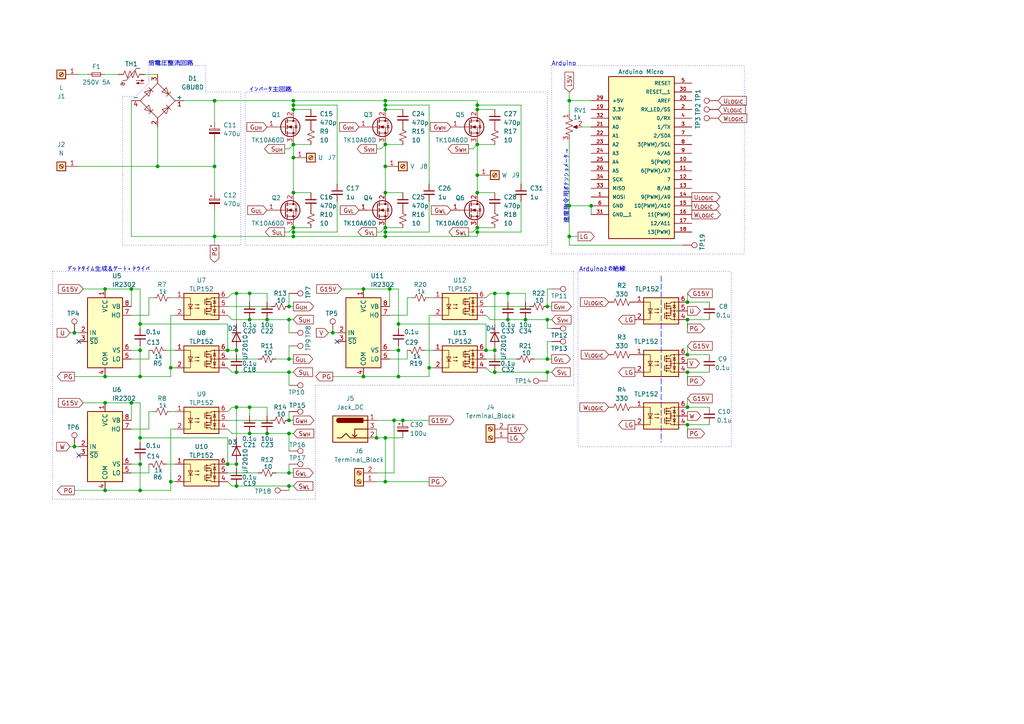
<source format=kicad_sch>
(kicad_sch (version 20250114) (generator "eeschema") (generator_version "9.0")
  (paper "A4")
  (rectangle (start 167.64 78.74) (end 212.09 129.54) (stroke (width 0) (type dot)))
  (rectangle (start 71.12 26.67) (end 158.75 71.12) (stroke (width 0) (type dot)))
  (rectangle (start 160.02 19.05) (end 215.9 73.66) (stroke (width 0) (type dot)))
  (text "速度指令用ポテンショメータ→\n" (at 164.338 54.102 90) (effects (font (size 1.27 1.27))))
  (text "Arduino" (at 163.576 18.542 0) (effects (font (size 1.27 1.27))))
  (text "倍電圧整流回路" (at 49.53 18.542 0) (effects (font (size 1.27 1.27))))
  (text "インバータ主回路" (at 78.486 26.162 0) (effects (font (size 1.27 1.27))))
  (text "デッドタイム生成&ゲート・ドライバ" (at 31.496 78.232 0) (effects (font (size 1.27 1.27))))
  (text "Arduinoとの絶縁" (at 174.752 78.232 0) (effects (font (size 1.27 1.27))))
  (junction (at 111.76 30.48))
  (junction (at 72.39 125.73))
  (junction (at 83.82 92.71))
  (junction (at 68.58 107.95))
  (junction (at 105.41 83.82))
  (junction (at 199.39 123.19))
  (junction (at 72.39 118.11))
  (junction (at 115.57 101.6))
  (junction (at 138.43 66.04))
  (junction (at 113.03 83.82))
  (junction (at 62.23 29.21))
  (junction (at 152.4 92.71))
  (junction (at 83.82 104.14))
  (junction (at 111.76 67.31))
  (junction (at 83.82 140.97))
  (junction (at 111.76 31.75))
  (junction (at 49.53 139.7))
  (junction (at 111.76 66.04))
  (junction (at 38.1 116.84))
  (junction (at 85.09 67.31))
  (junction (at 138.43 55.88))
  (junction (at 40.64 142.24))
  (junction (at 96.52 96.52))
  (junction (at 138.43 41.91))
  (junction (at 68.58 140.97))
  (junction (at 116.84 121.92))
  (junction (at 49.53 106.68))
  (junction (at 111.76 29.21))
  (junction (at 158.75 107.95))
  (junction (at 40.64 127))
  (junction (at 105.41 109.22))
  (junction (at 30.48 109.22))
  (junction (at 114.3 121.92))
  (junction (at 171.45 59.69))
  (junction (at 138.43 30.48))
  (junction (at 199.39 118.11))
  (junction (at 77.47 92.71))
  (junction (at 77.47 125.73))
  (junction (at 21.59 96.52))
  (junction (at 85.09 31.75))
  (junction (at 138.43 67.31))
  (junction (at 83.82 137.16))
  (junction (at 147.32 85.09))
  (junction (at 140.97 101.6))
  (junction (at 40.64 134.62))
  (junction (at 68.58 118.11))
  (junction (at 66.04 134.62))
  (junction (at 199.39 92.71))
  (junction (at 158.75 92.71))
  (junction (at 143.51 107.95))
  (junction (at 68.58 85.09))
  (junction (at 111.76 68.58))
  (junction (at 138.43 50.8))
  (junction (at 30.48 142.24))
  (junction (at 111.76 139.7))
  (junction (at 30.48 116.84))
  (junction (at 143.51 85.09))
  (junction (at 165.1 59.69))
  (junction (at 111.76 127))
  (junction (at 111.76 55.88))
  (junction (at 199.39 107.95))
  (junction (at 83.82 88.9))
  (junction (at 115.57 109.22))
  (junction (at 111.76 48.26))
  (junction (at 165.1 29.21))
  (junction (at 40.64 101.6))
  (junction (at 85.09 41.91))
  (junction (at 40.64 93.98))
  (junction (at 45.72 48.26))
  (junction (at 30.48 83.82))
  (junction (at 72.39 85.09))
  (junction (at 109.22 127))
  (junction (at 62.23 48.26))
  (junction (at 124.46 106.68))
  (junction (at 40.64 109.22))
  (junction (at 85.09 66.04))
  (junction (at 85.09 68.58))
  (junction (at 68.58 101.6))
  (junction (at 21.59 129.54))
  (junction (at 38.1 83.82))
  (junction (at 143.51 101.6))
  (junction (at 85.09 45.72))
  (junction (at 68.58 134.62))
  (junction (at 85.09 29.21))
  (junction (at 83.82 107.95))
  (junction (at 111.76 41.91))
  (junction (at 138.43 31.75))
  (junction (at 147.32 92.71))
  (junction (at 158.75 104.14))
  (junction (at 115.57 93.98))
  (junction (at 66.04 101.6))
  (junction (at 83.82 121.92))
  (junction (at 199.39 87.63))
  (junction (at 158.75 88.9))
  (junction (at 72.39 92.71))
  (junction (at 83.82 125.73))
  (junction (at 62.23 68.58))
  (junction (at 165.1 68.58))
  (junction (at 85.09 30.48))
  (junction (at 85.09 55.88))
  (junction (at 199.39 102.87))
  (no_connect (at 22.86 99.06))
  (no_connect (at 22.86 132.08))
  (no_connect (at 97.79 99.06))
  (wire (pts (xy 199.39 92.71) (xy 205.74 92.71)))
  (wire (pts (xy 85.09 31.75) (xy 90.17 31.75)))
  (wire (pts (xy 62.23 35.56) (xy 62.23 29.21)))
  (wire (pts (xy 142.24 85.09) (xy 143.51 85.09)))
  (wire (pts (xy 38.1 124.46) (xy 43.18 124.46)))
  (wire (pts (xy 85.09 104.14) (xy 83.82 104.14)))
  (polyline (pts (xy 15.24 78.74) (xy 166.37 78.74)) (stroke (width 0) (type dot)))
  (wire (pts (xy 171.45 59.69) (xy 171.45 62.23)))
  (wire (pts (xy 43.18 134.62) (xy 43.18 137.16)))
  (wire (pts (xy 72.39 85.09) (xy 77.47 85.09)))
  (wire (pts (xy 124.46 91.44) (xy 124.46 106.68)))
  (wire (pts (xy 97.79 67.31) (xy 85.09 67.31)))
  (wire (pts (xy 21.59 109.22) (xy 30.48 109.22)))
  (wire (pts (xy 165.1 68.58) (xy 165.1 71.12)))
  (wire (pts (xy 165.1 68.58) (xy 167.64 68.58)))
  (wire (pts (xy 85.09 41.91) (xy 85.09 45.72)))
  (wire (pts (xy 40.64 93.98) (xy 40.64 95.25)))
  (wire (pts (xy 140.97 91.44) (xy 142.24 92.71)))
  (wire (pts (xy 138.43 50.8) (xy 138.43 55.88)))
  (wire (pts (xy 111.76 55.88) (xy 116.84 55.88)))
  (wire (pts (xy 83.82 100.33) (xy 83.82 104.14)))
  (wire (pts (xy 68.58 85.09) (xy 72.39 85.09)))
  (wire (pts (xy 165.1 59.69) (xy 171.45 59.69)))
  (wire (pts (xy 50.8 119.38) (xy 49.53 119.38)))
  (wire (pts (xy 199.39 100.33) (xy 199.39 102.87)))
  (wire (pts (xy 85.09 121.92) (xy 83.82 121.92)))
  (wire (pts (xy 116.84 121.92) (xy 124.46 121.92)))
  (wire (pts (xy 111.76 66.04) (xy 111.76 67.31)))
  (wire (pts (xy 38.1 134.62) (xy 40.64 134.62)))
  (wire (pts (xy 38.1 116.84) (xy 38.1 121.92)))
  (wire (pts (xy 49.53 91.44) (xy 49.53 106.68)))
  (wire (pts (xy 97.79 53.34) (xy 97.79 30.48)))
  (wire (pts (xy 115.57 93.98) (xy 115.57 95.25)))
  (polyline (pts (xy 35.56 27.94) (xy 39.37 27.94)) (stroke (width 0) (type dot)))
  (wire (pts (xy 83.82 107.95) (xy 83.82 111.76)))
  (wire (pts (xy 66.04 104.14) (xy 74.93 104.14)))
  (wire (pts (xy 49.53 124.46) (xy 49.53 139.7)))
  (wire (pts (xy 138.43 41.91) (xy 137.16 43.18)))
  (wire (pts (xy 147.32 85.09) (xy 152.4 85.09)))
  (wire (pts (xy 50.8 86.36) (xy 49.53 86.36)))
  (wire (pts (xy 151.13 58.42) (xy 151.13 67.31)))
  (wire (pts (xy 43.18 86.36) (xy 43.18 91.44)))
  (wire (pts (xy 77.47 118.11) (xy 77.47 120.65)))
  (wire (pts (xy 151.13 67.31) (xy 138.43 67.31)))
  (wire (pts (xy 111.76 41.91) (xy 111.76 48.26)))
  (wire (pts (xy 119.38 86.36) (xy 118.11 86.36)))
  (wire (pts (xy 165.1 59.69) (xy 165.1 68.58)))
  (wire (pts (xy 111.76 139.7) (xy 124.46 139.7)))
  (wire (pts (xy 115.57 101.6) (xy 115.57 109.22)))
  (wire (pts (xy 158.75 83.82) (xy 160.02 83.82)))
  (wire (pts (xy 77.47 85.09) (xy 77.47 87.63)))
  (wire (pts (xy 68.58 140.97) (xy 83.82 140.97)))
  (wire (pts (xy 151.13 30.48) (xy 138.43 30.48)))
  (wire (pts (xy 38.1 83.82) (xy 38.1 88.9)))
  (wire (pts (xy 41.91 21.59) (xy 45.72 21.59)))
  (wire (pts (xy 72.39 92.71) (xy 77.47 92.71)))
  (wire (pts (xy 66.04 124.46) (xy 67.31 125.73)))
  (wire (pts (xy 85.09 45.72) (xy 85.09 55.88)))
  (wire (pts (xy 109.22 121.92) (xy 114.3 121.92)))
  (wire (pts (xy 151.13 53.34) (xy 151.13 30.48)))
  (polyline (pts (xy 91.44 111.76) (xy 91.44 144.78)) (stroke (width 0) (type dot)))
  (wire (pts (xy 109.22 43.18) (xy 110.49 43.18)))
  (wire (pts (xy 165.1 26.67) (xy 165.1 29.21)))
  (polyline (pts (xy 59.69 26.67) (xy 69.85 26.67)) (stroke (width 0) (type dot)))
  (wire (pts (xy 111.76 31.75) (xy 116.84 31.75)))
  (wire (pts (xy 40.64 83.82) (xy 38.1 83.82)))
  (wire (pts (xy 124.46 58.42) (xy 124.46 67.31)))
  (wire (pts (xy 158.75 92.71) (xy 158.75 95.25)))
  (wire (pts (xy 140.97 104.14) (xy 149.86 104.14)))
  (wire (pts (xy 66.04 127) (xy 66.04 134.62)))
  (wire (pts (xy 142.24 107.95) (xy 143.51 107.95)))
  (wire (pts (xy 40.64 127) (xy 40.64 128.27)))
  (wire (pts (xy 85.09 30.48) (xy 85.09 31.75)))
  (wire (pts (xy 142.24 92.71) (xy 147.32 92.71)))
  (wire (pts (xy 99.06 83.82) (xy 105.41 83.82)))
  (wire (pts (xy 44.45 86.36) (xy 43.18 86.36)))
  (wire (pts (xy 158.75 107.95) (xy 160.02 107.95)))
  (wire (pts (xy 83.82 125.73) (xy 85.09 125.73)))
  (wire (pts (xy 66.04 106.68) (xy 67.31 107.95)))
  (wire (pts (xy 138.43 68.58) (xy 138.43 67.31)))
  (wire (pts (xy 43.18 119.38) (xy 43.18 124.46)))
  (wire (pts (xy 50.8 91.44) (xy 49.53 91.44)))
  (wire (pts (xy 72.39 125.73) (xy 77.47 125.73)))
  (wire (pts (xy 40.64 93.98) (xy 66.04 93.98)))
  (wire (pts (xy 62.23 68.58) (xy 85.09 68.58)))
  (wire (pts (xy 78.74 88.9) (xy 66.04 88.9)))
  (wire (pts (xy 111.76 41.91) (xy 116.84 41.91)))
  (wire (pts (xy 38.1 83.82) (xy 30.48 83.82)))
  (wire (pts (xy 165.1 29.21) (xy 171.45 29.21)))
  (wire (pts (xy 38.1 29.21) (xy 38.1 68.58)))
  (wire (pts (xy 138.43 41.91) (xy 143.51 41.91)))
  (wire (pts (xy 113.03 101.6) (xy 115.57 101.6)))
  (wire (pts (xy 96.52 109.22) (xy 105.41 109.22)))
  (polyline (pts (xy 43.18 24.13) (xy 39.37 27.94)) (stroke (width 0) (type dot)))
  (wire (pts (xy 85.09 29.21) (xy 111.76 29.21)))
  (wire (pts (xy 199.39 85.09) (xy 199.39 87.63)))
  (wire (pts (xy 62.23 60.96) (xy 62.23 68.58)))
  (wire (pts (xy 30.48 142.24) (xy 40.64 142.24)))
  (wire (pts (xy 125.73 86.36) (xy 124.46 86.36)))
  (wire (pts (xy 199.39 107.95) (xy 205.74 107.95)))
  (wire (pts (xy 85.09 55.88) (xy 90.17 55.88)))
  (wire (pts (xy 124.46 67.31) (xy 111.76 67.31)))
  (polyline (pts (xy 15.24 144.78) (xy 91.44 144.78)) (stroke (width 0) (type dot)))
  (wire (pts (xy 66.04 91.44) (xy 67.31 92.71)))
  (wire (pts (xy 111.76 127) (xy 111.76 139.7)))
  (wire (pts (xy 111.76 127) (xy 116.84 127)))
  (wire (pts (xy 30.48 21.59) (xy 34.29 21.59)))
  (wire (pts (xy 138.43 66.04) (xy 143.51 66.04)))
  (wire (pts (xy 48.26 134.62) (xy 50.8 134.62)))
  (wire (pts (xy 199.39 115.57) (xy 199.39 118.11)))
  (wire (pts (xy 153.67 88.9) (xy 140.97 88.9)))
  (wire (pts (xy 68.58 107.95) (xy 83.82 107.95)))
  (polyline (pts (xy 15.24 78.74) (xy 15.24 144.78)) (stroke (width 0) (type dot)))
  (wire (pts (xy 66.04 86.36) (xy 67.31 85.09)))
  (wire (pts (xy 140.97 101.6) (xy 143.51 101.6)))
  (wire (pts (xy 85.09 66.04) (xy 85.09 67.31)))
  (wire (pts (xy 77.47 92.71) (xy 83.82 92.71)))
  (wire (pts (xy 199.39 118.11) (xy 205.74 118.11)))
  (wire (pts (xy 199.39 102.87) (xy 205.74 102.87)))
  (wire (pts (xy 38.1 104.14) (xy 43.18 104.14)))
  (polyline (pts (xy 69.85 26.67) (xy 69.85 71.12)) (stroke (width 0) (type dot)))
  (wire (pts (xy 48.26 101.6) (xy 50.8 101.6)))
  (wire (pts (xy 38.1 116.84) (xy 30.48 116.84)))
  (wire (pts (xy 158.75 99.06) (xy 160.02 99.06)))
  (wire (pts (xy 109.22 67.31) (xy 110.49 67.31)))
  (polyline (pts (xy 43.18 19.05) (xy 59.69 19.05)) (stroke (width 0) (type dot)))
  (wire (pts (xy 113.03 83.82) (xy 105.41 83.82)))
  (wire (pts (xy 158.75 107.95) (xy 158.75 110.49)))
  (wire (pts (xy 115.57 83.82) (xy 115.57 93.98)))
  (wire (pts (xy 62.23 40.64) (xy 62.23 48.26)))
  (wire (pts (xy 82.55 43.18) (xy 83.82 43.18)))
  (wire (pts (xy 20.32 96.52) (xy 21.59 96.52)))
  (wire (pts (xy 83.82 107.95) (xy 85.09 107.95)))
  (wire (pts (xy 95.25 96.52) (xy 96.52 96.52)))
  (wire (pts (xy 97.79 58.42) (xy 97.79 67.31)))
  (wire (pts (xy 83.82 140.97) (xy 85.09 140.97)))
  (wire (pts (xy 111.76 29.21) (xy 111.76 30.48)))
  (wire (pts (xy 67.31 118.11) (xy 68.58 118.11)))
  (wire (pts (xy 68.58 85.09) (xy 68.58 93.98)))
  (wire (pts (xy 158.75 99.06) (xy 158.75 104.14)))
  (wire (pts (xy 140.97 93.98) (xy 140.97 101.6)))
  (wire (pts (xy 43.18 101.6) (xy 43.18 104.14)))
  (wire (pts (xy 165.1 40.64) (xy 165.1 59.69)))
  (wire (pts (xy 124.46 30.48) (xy 111.76 30.48)))
  (wire (pts (xy 118.11 86.36) (xy 118.11 91.44)))
  (wire (pts (xy 72.39 118.11) (xy 72.39 120.65)))
  (wire (pts (xy 160.02 88.9) (xy 158.75 88.9)))
  (wire (pts (xy 77.47 125.73) (xy 83.82 125.73)))
  (wire (pts (xy 67.31 125.73) (xy 72.39 125.73)))
  (wire (pts (xy 111.76 41.91) (xy 110.49 43.18)))
  (wire (pts (xy 72.39 118.11) (xy 77.47 118.11)))
  (wire (pts (xy 40.64 127) (xy 66.04 127)))
  (wire (pts (xy 67.31 140.97) (xy 68.58 140.97)))
  (polyline (pts (xy 43.18 19.05) (xy 43.18 22.86)) (stroke (width 0) (type dot)))
  (wire (pts (xy 152.4 85.09) (xy 152.4 87.63)))
  (wire (pts (xy 113.03 91.44) (xy 118.11 91.44)))
  (wire (pts (xy 85.09 137.16) (xy 83.82 137.16)))
  (wire (pts (xy 68.58 118.11) (xy 68.58 127)))
  (wire (pts (xy 138.43 55.88) (xy 143.51 55.88)))
  (wire (pts (xy 85.09 41.91) (xy 83.82 43.18)))
  (wire (pts (xy 38.1 91.44) (xy 43.18 91.44)))
  (wire (pts (xy 85.09 68.58) (xy 111.76 68.58)))
  (wire (pts (xy 85.09 66.04) (xy 90.17 66.04)))
  (wire (pts (xy 53.34 29.21) (xy 62.23 29.21)))
  (wire (pts (xy 68.58 101.6) (xy 68.58 102.87)))
  (wire (pts (xy 152.4 92.71) (xy 158.75 92.71)))
  (wire (pts (xy 97.79 30.48) (xy 85.09 30.48)))
  (polyline (pts (xy 35.56 50.8) (xy 35.56 50.8)))
  (wire (pts (xy 68.58 118.11) (xy 72.39 118.11)))
  (wire (pts (xy 25.4 21.59) (xy 22.86 21.59)))
  (wire (pts (xy 138.43 29.21) (xy 138.43 30.48)))
  (wire (pts (xy 199.39 92.71) (xy 199.39 95.25)))
  (wire (pts (xy 138.43 41.91) (xy 138.43 50.8)))
  (wire (pts (xy 38.1 68.58) (xy 62.23 68.58)))
  (wire (pts (xy 83.82 137.16) (xy 80.01 137.16)))
  (wire (pts (xy 123.19 101.6) (xy 125.73 101.6)))
  (wire (pts (xy 40.64 116.84) (xy 38.1 116.84)))
  (polyline (pts (xy 59.69 19.05) (xy 59.69 26.67)) (stroke (width 0) (type dot)))
  (wire (pts (xy 111.76 66.04) (xy 116.84 66.04)))
  (wire (pts (xy 83.82 134.62) (xy 83.82 137.16)))
  (polyline (pts (xy 43.18 22.86) (xy 43.18 24.13)) (stroke (width 0) (type dot)))
  (wire (pts (xy 83.82 92.71) (xy 83.82 96.52)))
  (wire (pts (xy 40.64 101.6) (xy 40.64 109.22)))
  (wire (pts (xy 140.97 86.36) (xy 142.24 85.09)))
  (wire (pts (xy 21.59 142.24) (xy 30.48 142.24)))
  (wire (pts (xy 78.74 121.92) (xy 66.04 121.92)))
  (wire (pts (xy 115.57 93.98) (xy 140.97 93.98)))
  (wire (pts (xy 49.53 139.7) (xy 50.8 139.7)))
  (wire (pts (xy 62.23 68.58) (xy 62.23 71.12)))
  (wire (pts (xy 45.72 36.83) (xy 45.72 48.26)))
  (wire (pts (xy 67.31 107.95) (xy 68.58 107.95)))
  (wire (pts (xy 109.22 139.7) (xy 111.76 139.7)))
  (wire (pts (xy 96.52 96.52) (xy 97.79 96.52)))
  (wire (pts (xy 66.04 93.98) (xy 66.04 101.6)))
  (wire (pts (xy 72.39 85.09) (xy 72.39 87.63)))
  (wire (pts (xy 165.1 71.12) (xy 198.12 71.12)))
  (wire (pts (xy 199.39 123.19) (xy 199.39 125.73)))
  (wire (pts (xy 111.76 29.21) (xy 138.43 29.21)))
  (wire (pts (xy 114.3 121.92) (xy 114.3 137.16)))
  (wire (pts (xy 38.1 137.16) (xy 43.18 137.16)))
  (wire (pts (xy 160.02 104.14) (xy 158.75 104.14)))
  (wire (pts (xy 85.09 66.04) (xy 83.82 67.31)))
  (wire (pts (xy 138.43 31.75) (xy 143.51 31.75)))
  (wire (pts (xy 83.82 85.09) (xy 83.82 88.9)))
  (wire (pts (xy 147.32 92.71) (xy 152.4 92.71)))
  (wire (pts (xy 168.91 36.83) (xy 171.45 36.83)))
  (wire (pts (xy 40.64 83.82) (xy 40.64 93.98)))
  (wire (pts (xy 109.22 127) (xy 111.76 127)))
  (wire (pts (xy 199.39 123.19) (xy 205.74 123.19)))
  (wire (pts (xy 105.41 109.22) (xy 115.57 109.22)))
  (wire (pts (xy 66.04 139.7) (xy 67.31 140.97)))
  (wire (pts (xy 111.76 68.58) (xy 111.76 67.31)))
  (wire (pts (xy 115.57 100.33) (xy 115.57 101.6)))
  (wire (pts (xy 143.51 85.09) (xy 143.51 93.98)))
  (wire (pts (xy 85.09 29.21) (xy 85.09 30.48)))
  (wire (pts (xy 50.8 124.46) (xy 49.53 124.46)))
  (wire (pts (xy 135.89 43.18) (xy 137.16 43.18)))
  (wire (pts (xy 83.82 104.14) (xy 80.01 104.14)))
  (wire (pts (xy 24.13 116.84) (xy 30.48 116.84)))
  (wire (pts (xy 62.23 29.21) (xy 85.09 29.21)))
  (wire (pts (xy 67.31 92.71) (xy 72.39 92.71)))
  (wire (pts (xy 38.1 101.6) (xy 40.64 101.6)))
  (wire (pts (xy 113.03 104.14) (xy 118.11 104.14)))
  (polyline (pts (xy 35.56 50.8) (xy 35.56 71.12)) (stroke (width 0) (type dot)))
  (wire (pts (xy 83.82 119.38) (xy 83.82 121.92)))
  (wire (pts (xy 124.46 109.22) (xy 124.46 106.68)))
  (wire (pts (xy 125.73 91.44) (xy 124.46 91.44)))
  (wire (pts (xy 40.64 109.22) (xy 49.53 109.22)))
  (polyline (pts (xy 43.18 22.86) (xy 43.18 24.13)) (stroke (width 0) (type dot)))
  (wire (pts (xy 111.76 48.26) (xy 111.76 55.88)))
  (wire (pts (xy 30.48 109.22) (xy 40.64 109.22)))
  (wire (pts (xy 113.03 83.82) (xy 113.03 88.9)))
  (wire (pts (xy 158.75 83.82) (xy 158.75 88.9)))
  (wire (pts (xy 158.75 92.71) (xy 160.02 92.71)))
  (polyline (pts (xy 91.44 111.76) (xy 166.37 111.76)) (stroke (width 0) (type dot)))
  (wire (pts (xy 40.64 116.84) (xy 40.64 127)))
  (wire (pts (xy 140.97 106.68) (xy 142.24 107.95)))
  (wire (pts (xy 109.22 137.16) (xy 114.3 137.16)))
  (wire (pts (xy 66.04 101.6) (xy 68.58 101.6)))
  (wire (pts (xy 199.39 107.95) (xy 199.39 110.49)))
  (wire (pts (xy 158.75 95.25) (xy 160.02 95.25)))
  (wire (pts (xy 20.32 129.54) (xy 21.59 129.54)))
  (wire (pts (xy 49.53 142.24) (xy 49.53 139.7)))
  (wire (pts (xy 111.76 68.58) (xy 138.43 68.58)))
  (wire (pts (xy 66.04 119.38) (xy 67.31 118.11)))
  (wire (pts (xy 143.51 101.6) (xy 143.51 102.87)))
  (wire (pts (xy 135.89 67.31) (xy 137.16 67.31)))
  (wire (pts (xy 68.58 134.62) (xy 68.58 135.89)))
  (wire (pts (xy 118.11 101.6) (xy 118.11 104.14)))
  (wire (pts (xy 85.09 68.58) (xy 85.09 67.31)))
  (wire (pts (xy 85.09 88.9) (xy 83.82 88.9)))
  (wire (pts (xy 62.23 48.26) (xy 62.23 55.88)))
  (wire (pts (xy 165.1 29.21) (xy 165.1 33.02)))
  (wire (pts (xy 158.75 104.14) (xy 154.94 104.14)))
  (wire (pts (xy 45.72 48.26) (xy 62.23 48.26)))
  (wire (pts (xy 138.43 30.48) (xy 138.43 31.75)))
  (wire (pts (xy 82.55 67.31) (xy 83.82 67.31)))
  (wire (pts (xy 115.57 83.82) (xy 113.03 83.82)))
  (wire (pts (xy 40.64 133.35) (xy 40.64 134.62)))
  (wire (pts (xy 21.59 129.54) (xy 22.86 129.54)))
  (wire (pts (xy 44.45 119.38) (xy 43.18 119.38)))
  (wire (pts (xy 24.13 83.82) (xy 30.48 83.82)))
  (wire (pts (xy 143.51 107.95) (xy 158.75 107.95)))
  (wire (pts (xy 199.39 87.63) (xy 205.74 87.63)))
  (wire (pts (xy 67.31 85.09) (xy 68.58 85.09)))
  (polyline (pts (xy 166.37 78.74) (xy 166.37 111.76)) (stroke (width 0) (type dot)))
  (wire (pts (xy 49.53 109.22) (xy 49.53 106.68)))
  (wire (pts (xy 83.82 140.97) (xy 83.82 142.24)))
  (wire (pts (xy 114.3 121.92) (xy 116.84 121.92)))
  (wire (pts (xy 147.32 85.09) (xy 147.32 87.63)))
  (wire (pts (xy 83.82 92.71) (xy 85.09 92.71)))
  (wire (pts (xy 138.43 66.04) (xy 138.43 67.31)))
  (wire (pts (xy 22.86 48.26) (xy 45.72 48.26)))
  (wire (pts (xy 115.57 109.22) (xy 124.46 109.22)))
  (wire (pts (xy 83.82 125.73) (xy 83.82 130.81)))
  (wire (pts (xy 40.64 100.33) (xy 40.64 101.6)))
  (wire (pts (xy 111.76 66.04) (xy 110.49 67.31)))
  (wire (pts (xy 111.76 30.48) (xy 111.76 31.75)))
  (wire (pts (xy 21.59 96.52) (xy 22.86 96.52)))
  (wire (pts (xy 66.04 137.16) (xy 74.93 137.16)))
  (wire (pts (xy 109.22 124.46) (xy 109.22 127)))
  (wire (pts (xy 40.64 134.62) (xy 40.64 142.24)))
  (wire (pts (xy 138.43 66.04) (xy 137.16 67.31)))
  (wire (pts (xy 124.46 53.34) (xy 124.46 30.48)))
  (wire (pts (xy 143.51 85.09) (xy 147.32 85.09)))
  (wire (pts (xy 49.53 106.68) (xy 50.8 106.68)))
  (wire (pts (xy 124.46 106.68) (xy 125.73 106.68)))
  (polyline (pts (xy 35.56 71.12) (xy 69.85 71.12)) (stroke (width 0) (type dot)))
  (polyline (pts (xy 35.56 27.94) (xy 35.56 50.8)) (stroke (width 0) (type dot)))
  (wire (pts (xy 66.04 134.62) (xy 68.58 134.62)))
  (polyline (pts (xy 191.77 80.01) (xy 191.77 128.27)) (stroke (width 0) (type dash)))
  (wire (pts (xy 40.64 142.24) (xy 49.53 142.24)))
  (wire (pts (xy 85.09 41.91) (xy 90.17 41.91)))
  (global_label "G_{VH}" (shape input) (at 104.14 36.83 180) (property "Intersheetrefs" "${INTERSHEET_REFS}" (effects (hide yes))))
  (global_label "V_{LOGIC}" (shape output) (at 200.66 59.69 0) (property "Intersheetrefs" "${INTERSHEET_REFS}" (effects (hide yes))))
  (global_label "S_{WL}" (shape input) (at 85.09 140.97 0) (property "Intersheetrefs" "${INTERSHEET_REFS}" (effects (hide yes))))
  (global_label "W" (shape input) (at 20.32 129.54 180) (property "Intersheetrefs" "${INTERSHEET_REFS}" (effects (hide yes))))
  (global_label "S_{VH}" (shape input) (at 160.02 92.71 0) (property "Intersheetrefs" "${INTERSHEET_REFS}" (effects (hide yes))))
  (global_label "W_{LOGIC}" (shape input) (at 176.53 118.11 180) (property "Intersheetrefs" "${INTERSHEET_REFS}" (effects (hide yes))))
  (global_label "S_{UL}" (shape output) (at 82.55 67.31 180) (property "Intersheetrefs" "${INTERSHEET_REFS}" (effects (hide yes))))
  (global_label "PG" (shape output) (at 199.39 125.73 0) (property "Intersheetrefs" "${INTERSHEET_REFS}" (effects (hide yes))))
  (global_label "S_{WL}" (shape output) (at 135.89 67.31 180) (property "Intersheetrefs" "${INTERSHEET_REFS}" (effects (hide yes))))
  (global_label "G15V" (shape output) (at 124.46 121.92 0) (property "Intersheetrefs" "${INTERSHEET_REFS}" (effects (hide yes))))
  (global_label "G_{UL}" (shape output) (at 85.09 104.14 0) (property "Intersheetrefs" "${INTERSHEET_REFS}" (effects (hide yes))))
  (global_label "U_{LOGIC}" (shape input) (at 208.28 29.21 0) (property "Intersheetrefs" "${INTERSHEET_REFS}" (effects (hide yes))))
  (global_label "PG" (shape output) (at 199.39 110.49 0) (property "Intersheetrefs" "${INTERSHEET_REFS}" (effects (hide yes))))
  (global_label "U" (shape input) (at 20.32 96.52 180) (property "Intersheetrefs" "${INTERSHEET_REFS}" (effects (hide yes))))
  (global_label "L5V" (shape output) (at 147.32 124.46 0) (property "Intersheetrefs" "${INTERSHEET_REFS}" (effects (hide yes))))
  (global_label "V_{LOGIC}" (shape input) (at 208.28 31.75 0) (property "Intersheetrefs" "${INTERSHEET_REFS}" (effects (hide yes))))
  (global_label "PG" (shape output) (at 21.59 109.22 180) (property "Intersheetrefs" "${INTERSHEET_REFS}" (effects (hide yes))))
  (global_label "U_{LOGIC}" (shape output) (at 200.66 57.15 0) (property "Intersheetrefs" "${INTERSHEET_REFS}" (effects (hide yes))))
  (global_label "G_{WH}" (shape output) (at 85.09 121.92 0) (property "Intersheetrefs" "${INTERSHEET_REFS}" (effects (hide yes))))
  (global_label "V_{LOGIC}" (shape input) (at 176.53 102.87 180) (property "Intersheetrefs" "${INTERSHEET_REFS}" (effects (hide yes))))
  (global_label "PG" (shape output) (at 124.46 139.7 0) (property "Intersheetrefs" "${INTERSHEET_REFS}" (effects (hide yes))))
  (global_label "S_{WH}" (shape output) (at 135.89 43.18 180) (property "Intersheetrefs" "${INTERSHEET_REFS}" (effects (hide yes))))
  (global_label "LG" (shape output) (at 184.15 92.71 180) (property "Intersheetrefs" "${INTERSHEET_REFS}" (effects (hide yes))))
  (global_label "G_{WL}" (shape output) (at 85.09 137.16 0) (property "Intersheetrefs" "${INTERSHEET_REFS}" (effects (hide yes))))
  (global_label "U_{LOGIC}" (shape input) (at 176.53 87.63 180) (property "Intersheetrefs" "${INTERSHEET_REFS}" (effects (hide yes))))
  (global_label "S_{VL}" (shape output) (at 109.22 67.31 180) (property "Intersheetrefs" "${INTERSHEET_REFS}" (effects (hide yes))))
  (global_label "LG" (shape output) (at 147.32 127 0) (property "Intersheetrefs" "${INTERSHEET_REFS}" (effects (hide yes))))
  (global_label "W_{LOGIC}" (shape output) (at 200.66 62.23 0) (property "Intersheetrefs" "${INTERSHEET_REFS}" (effects (hide yes))))
  (global_label "LG" (shape output) (at 184.15 107.95 180) (property "Intersheetrefs" "${INTERSHEET_REFS}" (effects (hide yes))))
  (global_label "G15V" (shape input) (at 199.39 115.57 0) (property "Intersheetrefs" "${INTERSHEET_REFS}" (effects (hide yes))))
  (global_label "G_{VH}" (shape output) (at 160.02 88.9 0) (property "Intersheetrefs" "${INTERSHEET_REFS}" (effects (hide yes))))
  (global_label "G_{VL}" (shape input) (at 104.14 60.96 180) (property "Intersheetrefs" "${INTERSHEET_REFS}" (effects (hide yes))))
  (global_label "G_{VL}" (shape output) (at 160.02 104.14 0) (property "Intersheetrefs" "${INTERSHEET_REFS}" (effects (hide yes))))
  (global_label "S_{UL}" (shape input) (at 85.09 107.95 0) (property "Intersheetrefs" "${INTERSHEET_REFS}" (effects (hide yes))))
  (global_label "G_{UH}" (shape input) (at 77.47 36.83 180) (property "Intersheetrefs" "${INTERSHEET_REFS}" (effects (hide yes))))
  (global_label "W" (shape output) (at 199.39 120.65 0) (property "Intersheetrefs" "${INTERSHEET_REFS}" (effects (hide yes))))
  (global_label "S_{UH}" (shape input) (at 85.09 92.71 0) (property "Intersheetrefs" "${INTERSHEET_REFS}" (effects (hide yes))))
  (global_label "LG" (shape output) (at 184.15 123.19 180) (property "Intersheetrefs" "${INTERSHEET_REFS}" (effects (hide yes))))
  (global_label "S_{WH}" (shape input) (at 85.09 125.73 0) (property "Intersheetrefs" "${INTERSHEET_REFS}" (effects (hide yes))))
  (global_label "G_{UL}" (shape input) (at 77.47 60.96 180) (property "Intersheetrefs" "${INTERSHEET_REFS}" (effects (hide yes))))
  (global_label "W_{LOGIC}" (shape input) (at 208.28 34.29 0) (property "Intersheetrefs" "${INTERSHEET_REFS}" (effects (hide yes))))
  (global_label "G_{UH}" (shape output) (at 85.09 88.9 0) (property "Intersheetrefs" "${INTERSHEET_REFS}" (effects (hide yes))))
  (global_label "S_{VL}" (shape input) (at 160.02 107.95 0) (property "Intersheetrefs" "${INTERSHEET_REFS}" (effects (hide yes))))
  (global_label "V" (shape output) (at 199.39 105.41 0) (property "Intersheetrefs" "${INTERSHEET_REFS}" (effects (hide yes))))
  (global_label "G15V" (shape input) (at 199.39 100.33 0) (property "Intersheetrefs" "${INTERSHEET_REFS}" (effects (hide yes))))
  (global_label "L5V" (shape input) (at 165.1 26.67 90) (property "Intersheetrefs" "${INTERSHEET_REFS}" (effects (hide yes))))
  (global_label "V" (shape input) (at 95.25 96.52 180) (property "Intersheetrefs" "${INTERSHEET_REFS}" (effects (hide yes))))
  (global_label "U" (shape output) (at 199.39 90.17 0) (property "Intersheetrefs" "${INTERSHEET_REFS}" (effects (hide yes))))
  (global_label "PG" (shape output) (at 21.59 142.24 180) (property "Intersheetrefs" "${INTERSHEET_REFS}" (effects (hide yes))))
  (global_label "G15V" (shape input) (at 199.39 85.09 0) (property "Intersheetrefs" "${INTERSHEET_REFS}" (effects (hide yes))))
  (global_label "G15V" (shape input) (at 24.13 83.82 180) (property "Intersheetrefs" "${INTERSHEET_REFS}" (effects (hide yes))))
  (global_label "G15V" (shape input) (at 99.06 83.82 180) (property "Intersheetrefs" "${INTERSHEET_REFS}" (effects (hide yes))))
  (global_label "S_{UH}" (shape output) (at 82.55 43.18 180) (property "Intersheetrefs" "${INTERSHEET_REFS}" (effects (hide yes))))
  (global_label "PG" (shape output) (at 96.52 109.22 180) (property "Intersheetrefs" "${INTERSHEET_REFS}" (effects (hide yes))))
  (global_label "PG" (shape output) (at 199.39 95.25 0) (property "Intersheetrefs" "${INTERSHEET_REFS}" (effects (hide yes))))
  (global_label "G15V" (shape input) (at 24.13 116.84 180) (property "Intersheetrefs" "${INTERSHEET_REFS}" (effects (hide yes))))
  (global_label "G_{WH}" (shape input) (at 130.81 36.83 180) (property "Intersheetrefs" "${INTERSHEET_REFS}" (effects (hide yes))))
  (global_label "G_{WL}" (shape input) (at 130.81 60.96 180) (property "Intersheetrefs" "${INTERSHEET_REFS}" (effects (hide yes))))
  (global_label "PG" (shape output) (at 62.23 71.12 270) (property "Intersheetrefs" "${INTERSHEET_REFS}" (effects (hide yes))))
  (global_label "S_{VH}" (shape output) (at 109.22 43.18 180) (property "Intersheetrefs" "${INTERSHEET_REFS}" (effects (hide yes))))
  (global_label "LG" (shape output) (at 167.64 68.58 0) (property "Intersheetrefs" "${INTERSHEET_REFS}" (effects (hide yes))))
  (symbol (lib_id "Device:C_Small") (at 151.13 55.88 0) (unit 1)
    (property "Reference" "C31" (at 153.67 54.6162 0) (effects (justify left)))
    (property "Value" "1u" (at 153.67 57.1562 0) (effects (justify left)))
    (property "Footprint" "Capacitor_THT:C_Rect_L24.0mm_W12.8mm_P22.50mm_MKT" (effects (hide yes)))
    (property "Description" "Unpolarized capacitor, small symbol" (effects (hide yes)))
  )
  (symbol (lib_id "Transistor_FET:Q_NMOS_GDS") (at 135.89 60.96 0) (unit 1)
    (property "Reference" "Q6" (at 132.08 57.404 0) (effects (justify left)))
    (property "Value" "TK10A60D" (at 126.238 64.77 0) (effects (justify left)))
    (property "Footprint" "Package_TO_SOT_THT:TO-220-3_Vertical" (effects (hide yes)))
    (property "Description" "N-MOSFET transistor, gate/drain/source" (effects (hide yes)))
  )
  (symbol (lib_id "Connector:TestPoint") (at 160.02 99.06 270) (mirror x) (unit 1)
    (property "Reference" "TP13" (at 159.766 101.092 90) (effects (justify left)))
    (property "Value" "TestPoint" (effects (hide yes)))
    (property "Footprint" "TestPoint:TestPoint_Loop_D2.50mm_Drill1.0mm" (effects (hide yes)))
    (property "Description" "test point" (effects (hide yes)))
  )
  (symbol (lib_id "Connector:TestPoint") (at 198.12 71.12 270) (mirror x) (unit 1)
    (property "Reference" "TP19" (at 203.708 72.644 0) (effects (justify left)))
    (property "Value" "TestPoint" (effects (hide yes)))
    (property "Footprint" "TestPoint:TestPoint_Loop_D2.50mm_Drill1.0mm" (effects (hide yes)))
    (property "Description" "test point" (effects (hide yes)))
  )
  (symbol (lib_id "Device:R_US") (at 180.34 118.11 90) (unit 1)
    (property "Reference" "R4" (at 180.34 113.03 90))
    (property "Value" "330" (at 180.34 115.57 90))
    (property "Footprint" "Resistor_THT:R_Axial_DIN0207_L6.3mm_D2.5mm_P7.62mm_Horizontal" (effects (hide yes)))
    (property "Description" "Resistor, US symbol" (effects (hide yes)))
  )
  (symbol (lib_id "Device:C_Polarized_Small") (at 116.84 124.46 0) (unit 1)
    (property "Reference" "C30" (at 118.872 123.19 0) (effects (justify left)))
    (property "Value" "100u" (at 118.872 125.73 0) (effects (justify left)))
    (property "Footprint" "Capacitor_THT:CP_Radial_D6.3mm_P2.50mm" (effects (hide yes)))
    (property "Description" "Polarized capacitor, small symbol" (effects (hide yes)))
  )
  (symbol (lib_id "Device:R_Small_US") (at 121.92 86.36 90) (unit 1)
    (property "Reference" "R20" (at 121.92 82.55 90))
    (property "Value" "1k" (at 122.174 84.582 90))
    (property "Footprint" "Resistor_THT:R_Axial_DIN0207_L6.3mm_D2.5mm_P7.62mm_Horizontal" (effects (hide yes)))
    (property "Description" "Resistor, small US symbol" (effects (hide yes)))
  )
  (symbol (lib_id "Transistor_FET:Q_NMOS_GDS") (at 135.89 36.83 0) (unit 1)
    (property "Reference" "Q5" (at 132.08 33.274 0) (effects (justify left)))
    (property "Value" "TK10A60D" (at 126.238 40.64 0) (effects (justify left)))
    (property "Footprint" "Package_TO_SOT_THT:TO-220-3_Vertical" (effects (hide yes)))
    (property "Description" "N-MOSFET transistor, gate/drain/source" (effects (hide yes)))
  )
  (symbol (lib_id "Relay_SolidState:TLP3543") (at 58.42 121.92 0) (unit 1)
    (property "Reference" "U9" (at 58.42 114.3 0))
    (property "Value" "TLP152" (at 58.42 116.84 0))
    (property "Footprint" "project:TLP152" (effects (hide yes)))
    (property "Datasheet" "https://toshiba.semicon-storage.com/info/docget.jsp?did=12660&prodName=TLP3543" (effects (hide yes)))
    (property "Description" "Photo MOSFET optically coupled, ON 4A, 50mohm, OFF state 20V, Isolation 2500 VRMS, DIP-6" (effects (hide yes)))
  )
  (symbol (lib_id "Device:C_Small") (at 68.58 105.41 180) (unit 1)
    (property "Reference" "C18" (at 72.39 107.188 0))
    (property "Value" "0.1u" (at 72.39 105.41 0))
    (property "Footprint" "Capacitor_SMD:C_0603_1608Metric" (effects (hide yes)))
    (property "Description" "Unpolarized capacitor, small symbol" (effects (hide yes)))
  )
  (symbol (lib_id "Device:C_Small") (at 72.39 123.19 0) (mirror x) (unit 1)
    (property "Reference" "C21" (at 72.39 129.032 0))
    (property "Value" "0.1u" (at 72.39 127.254 0))
    (property "Footprint" "Capacitor_SMD:C_0603_1608Metric" (effects (hide yes)))
    (property "Description" "Unpolarized capacitor, small symbol" (effects (hide yes)))
  )
  (symbol (lib_id "Device:R_Small_US") (at 46.99 119.38 90) (unit 1)
    (property "Reference" "R8" (at 46.99 115.57 90))
    (property "Value" "1k" (at 47.244 117.602 90))
    (property "Footprint" "Resistor_THT:R_Axial_DIN0207_L6.3mm_D2.5mm_P7.62mm_Horizontal" (effects (hide yes)))
    (property "Description" "Resistor, small US symbol" (effects (hide yes)))
  )
  (symbol (lib_id "Device:C_Small") (at 143.51 58.42 0) (unit 1)
    (property "Reference" "C28" (at 146.05 57.1562 0) (effects (justify left)))
    (property "Value" "470p" (at 146.05 59.6962 0) (effects (justify left)))
    (property "Footprint" "Capacitor_THT:C_Disc_D7.0mm_W2.5mm_P5.00mm" (effects (hide yes)))
    (property "Description" "Unpolarized capacitor, small symbol" (effects (hide yes)))
  )
  (symbol (lib_id "Device:C_Small") (at 143.51 105.41 180) (unit 1)
    (property "Reference" "C32" (at 147.32 107.188 0))
    (property "Value" "0.1u" (at 147.32 105.41 0))
    (property "Footprint" "Capacitor_SMD:C_0603_1608Metric" (effects (hide yes)))
    (property "Description" "Unpolarized capacitor, small symbol" (effects (hide yes)))
  )
  (symbol (lib_id "Device:R_Small_US") (at 46.99 86.36 90) (unit 1)
    (property "Reference" "R7" (at 46.99 82.55 90))
    (property "Value" "1k" (at 47.244 84.582 90))
    (property "Footprint" "Resistor_THT:R_Axial_DIN0207_L6.3mm_D2.5mm_P7.62mm_Horizontal" (effects (hide yes)))
    (property "Description" "Resistor, small US symbol" (effects (hide yes)))
  )
  (symbol (lib_id "Device:R_Potentiometer_US") (at 165.1 36.83 0) (unit 1)
    (property "Reference" "RV1" (at 170.18 32.004 0) (effects (justify right)))
    (property "Value" "1k" (at 168.656 34.036 0) (effects (justify right)))
    (property "Footprint" "TerminalBlock:TerminalBlock_MaiXu_MX126-5.0-03P_1x03_P5.00mm" (effects (hide yes)))
    (property "Description" "Potentiometer, US symbol" (effects (hide yes)))
  )
  (symbol (lib_id "Driver_FET:IR2302") (at 30.48 96.52 0) (unit 1)
    (property "Reference" "U5" (at 32.512 80.01 0) (effects (justify left)))
    (property "Value" "IR2302" (at 32.512 82.55 0) (effects (justify left)))
    (property "Footprint" "Package_SO:SOIC-8_3.9x4.9mm_P1.27mm" (effects (hide yes)))
    (property "Datasheet" "https://www.infineon.com/dgdl/ir2302.pdf?fileId=5546d462533600a4015355c988b216de" (effects (hide yes)))
    (property "Description" "Half-Bridge Driver, 600V, 200/350mA, PDIP-8/SOIC-8" (effects (hide yes)))
  )
  (symbol (lib_id "Connector:TestPoint") (at 21.59 96.52 0) (mirror y) (unit 1)
    (property "Reference" "TP4" (at 23.114 90.932 0) (effects (justify left)))
    (property "Value" "TestPoint" (effects (hide yes)))
    (property "Footprint" "TestPoint:TestPoint_Loop_D2.50mm_Drill1.0mm" (effects (hide yes)))
    (property "Description" "test point" (effects (hide yes)))
  )
  (symbol (lib_id "Connector:Barrel_Jack_Switch") (at 101.6 124.46 0) (unit 1)
    (property "Reference" "J5" (at 101.6 115.57 0))
    (property "Value" "Jack_DC" (at 101.6 118.11 0))
    (property "Footprint" "Connector_BarrelJack:BarrelJack_GCT_DCJ200-10-A_Horizontal" (effects (hide yes)))
    (property "Description" "DC Barrel Jack with an internal switch" (effects (hide yes)))
  )
  (symbol (lib_id "Device:C_Small") (at 77.47 123.19 0) (mirror x) (unit 1)
    (property "Reference" "C23" (at 77.47 129.032 0))
    (property "Value" "10u" (at 77.47 127.254 0))
    (property "Footprint" "Capacitor_THT:C_Disc_D5.0mm_W2.5mm_P5.00mm" (effects (hide yes)))
    (property "Description" "Unpolarized capacitor, small symbol" (effects (hide yes)))
  )
  (symbol (lib_id "Driver_FET:IR2302") (at 30.48 129.54 0) (unit 1)
    (property "Reference" "U6" (at 32.512 113.03 0) (effects (justify left)))
    (property "Value" "IR2302" (at 32.512 115.57 0) (effects (justify left)))
    (property "Footprint" "Package_SO:SOIC-8_3.9x4.9mm_P1.27mm" (effects (hide yes)))
    (property "Datasheet" "https://www.infineon.com/dgdl/ir2302.pdf?fileId=5546d462533600a4015355c988b216de" (effects (hide yes)))
    (property "Description" "Half-Bridge Driver, 600V, 200/350mA, PDIP-8/SOIC-8" (effects (hide yes)))
  )
  (symbol (lib_id "Device:R_Small_US") (at 45.72 101.6 90) (mirror x) (unit 1)
    (property "Reference" "R5" (at 45.72 105.41 90))
    (property "Value" "1k" (at 45.974 103.378 90))
    (property "Footprint" "Resistor_THT:R_Axial_DIN0207_L6.3mm_D2.5mm_P7.62mm_Horizontal" (effects (hide yes)))
    (property "Description" "Resistor, small US symbol" (effects (hide yes)))
  )
  (symbol (lib_id "Device:D") (at 143.51 97.79 270) (unit 1)
    (property "Reference" "D4" (at 140.97 95.25 90) (effects (justify left)))
    (property "Value" "UF2010" (at 146.05 97.028 0) (effects (justify left)))
    (property "Footprint" "Diode_THT:D_DO-15_P10.16mm_Horizontal" (effects (hide yes)))
    (property "Description" "Diode" (effects (hide yes)))
    (property "Sim.Device" "D" (effects (hide yes)))
    (property "Sim.Pins" "1=K 2=A" (effects (hide yes)))
  )
  (symbol (lib_id "Device:C_Polarized_Small") (at 62.23 58.42 0) (unit 1)
    (property "Reference" "C12" (at 64.77 56.6038 0) (effects (justify left)))
    (property "Value" "470u" (at 64.77 59.1438 0) (effects (justify left)))
    (property "Footprint" "Capacitor_THT:CP_Radial_D35.0mm_P10.00mm_SnapIn" (effects (hide yes)))
    (property "Description" "Polarized capacitor, small symbol" (effects (hide yes)))
  )
  (symbol (lib_id "Relay_SolidState:TLP3543") (at 133.35 104.14 0) (unit 1)
    (property "Reference" "U13" (at 133.35 96.52 0))
    (property "Value" "TLP152" (at 133.35 99.06 0))
    (property "Footprint" "project:TLP152" (effects (hide yes)))
    (property "Datasheet" "https://toshiba.semicon-storage.com/info/docget.jsp?did=12660&prodName=TLP3543" (effects (hide yes)))
    (property "Description" "Photo MOSFET optically coupled, ON 4A, 50mohm, OFF state 20V, Isolation 2500 VRMS, DIP-6" (effects (hide yes)))
  )
  (symbol (lib_id "Transistor_FET:Q_NMOS_GDS") (at 109.22 36.83 0) (unit 1)
    (property "Reference" "Q3" (at 105.41 33.274 0) (effects (justify left)))
    (property "Value" "TK10A60D" (at 99.568 40.64 0) (effects (justify left)))
    (property "Footprint" "Package_TO_SOT_THT:TO-220-3_Vertical" (effects (hide yes)))
    (property "Description" "N-MOSFET transistor, gate/drain/source" (effects (hide yes)))
  )
  (symbol (lib_id "Device:R_Small_US") (at 90.17 39.37 0) (unit 1)
    (property "Reference" "R9" (at 92.71 38.0999 0) (effects (justify left)))
    (property "Value" "10" (at 92.71 40.6399 0) (effects (justify left)))
    (property "Footprint" "Diode_SMD:D_2512_6332Metric_Pad1.52x3.35mm_HandSolder" (effects (hide yes)))
    (property "Description" "Resistor, small US symbol" (effects (hide yes)))
  )
  (symbol (lib_id "Connector:TestPoint") (at 158.75 110.49 90) (mirror x) (unit 1)
    (property "Reference" "TP14" (at 154.178 110.49 90) (effects (justify left)))
    (property "Value" "TestPoint" (effects (hide yes)))
    (property "Footprint" "TestPoint:TestPoint_Loop_D2.50mm_Drill1.0mm" (effects (hide yes)))
    (property "Description" "test point" (effects (hide yes)))
  )
  (symbol (lib_id "Device:R_Small_US") (at 77.47 137.16 90) (unit 1)
    (property "Reference" "R12" (at 77.47 133.35 90))
    (property "Value" "10" (at 77.724 135.382 90))
    (property "Footprint" "Resistor_SMD:R_2512_6332Metric" (effects (hide yes)))
    (property "Description" "Resistor, small US symbol" (effects (hide yes)))
  )
  (symbol (lib_id "Connector:TestPoint") (at 83.82 134.62 270) (mirror x) (unit 1)
    (property "Reference" "TP17" (at 83.82 132.842 90) (effects (justify left)))
    (property "Value" "TestPoint" (effects (hide yes)))
    (property "Footprint" "TestPoint:TestPoint_Loop_D2.50mm_Drill1.0mm" (effects (hide yes)))
    (property "Description" "test point" (effects (hide yes)))
  )
  (symbol (lib_id "Device:C_Small") (at 124.46 55.88 0) (unit 1)
    (property "Reference" "C26" (at 127 54.6162 0) (effects (justify left)))
    (property "Value" "1u" (at 127 57.1562 0) (effects (justify left)))
    (property "Footprint" "Capacitor_THT:C_Rect_L24.0mm_W12.8mm_P22.50mm_MKT" (effects (hide yes)))
    (property "Description" "Unpolarized capacitor, small symbol" (effects (hide yes)))
  )
  (symbol (lib_id "Diode_Bridge:GBU8D") (at 45.72 29.21 0) (unit 1)
    (property "Reference" "D1" (at 55.88 22.7545 0))
    (property "Value" "GBU8D" (at 55.88 25.2945 0))
    (property "Footprint" "Diode_THT:Diode_Bridge_Vishay_GBU" (effects (hide yes)))
    (property "Datasheet" "http://www.vishay.com/docs/88656/gbu8a.pdf" (effects (hide yes)))
    (property "Description" "Single-Phase Bridge Rectifier, 140V Vrms, 8.0A If, GBU package" (effects (hide yes)))
  )
  (symbol (lib_id "Device:C_Small") (at 90.17 34.29 0) (unit 1)
    (property "Reference" "C15" (at 92.71 33.0262 0) (effects (justify left)))
    (property "Value" "470p" (at 92.71 35.5662 0) (effects (justify left)))
    (property "Footprint" "Capacitor_THT:C_Disc_D7.0mm_W2.5mm_P5.00mm" (effects (hide yes)))
    (property "Description" "Unpolarized capacitor, small symbol" (effects (hide yes)))
  )
  (symbol (lib_id "Device:R_US") (at 180.34 87.63 90) (unit 1)
    (property "Reference" "R2" (at 180.34 82.804 90))
    (property "Value" "330" (at 180.34 85.344 90))
    (property "Footprint" "Resistor_THT:R_Axial_DIN0207_L6.3mm_D2.5mm_P7.62mm_Horizontal" (effects (hide yes)))
    (property "Description" "Resistor, US symbol" (effects (hide yes)))
  )
  (symbol (lib_id "Device:D") (at 68.58 130.81 270) (unit 1)
    (property "Reference" "D3" (at 66.04 128.27 90) (effects (justify left)))
    (property "Value" "UF2010" (at 71.12 130.048 0) (effects (justify left)))
    (property "Footprint" "Diode_THT:D_DO-15_P10.16mm_Horizontal" (effects (hide yes)))
    (property "Description" "Diode" (effects (hide yes)))
    (property "Sim.Device" "D" (effects (hide yes)))
    (property "Sim.Pins" "1=K 2=A" (effects (hide yes)))
  )
  (symbol (lib_id "Connector:Screw_Terminal_01x01") (at 116.84 48.26 0) (mirror x) (unit 1)
    (property "Reference" "J8" (at 122.936 48.26 0))
    (property "Value" "V" (at 119.634 48.26 0))
    (property "Footprint" "project:AK-PCB-20(632F)" (effects (hide yes)))
    (property "Description" "Generic screw terminal, single row, 01x01, script generated (kicad-library-utils/schlib/autogen/connector/)" (effects (hide yes)))
  )
  (symbol (lib_id "Device:R_Small_US") (at 45.72 134.62 90) (mirror x) (unit 1)
    (property "Reference" "R6" (at 45.72 138.43 90))
    (property "Value" "1k" (at 45.974 136.398 90))
    (property "Footprint" "Resistor_THT:R_Axial_DIN0207_L6.3mm_D2.5mm_P7.62mm_Horizontal" (effects (hide yes)))
    (property "Description" "Resistor, small US symbol" (effects (hide yes)))
  )
  (symbol (lib_id "Device:C_Small") (at 90.17 58.42 0) (unit 1)
    (property "Reference" "C16" (at 92.71 57.1562 0) (effects (justify left)))
    (property "Value" "470p" (at 92.71 59.6962 0) (effects (justify left)))
    (property "Footprint" "Capacitor_THT:C_Disc_D7.0mm_W2.5mm_P5.00mm" (effects (hide yes)))
    (property "Description" "Unpolarized capacitor, small symbol" (effects (hide yes)))
  )
  (symbol (lib_id "Device:C_Small") (at 40.64 130.81 180) (unit 1)
    (property "Reference" "C14" (at 44.45 132.334 0))
    (property "Value" "0.1u" (at 44.45 129.286 0))
    (property "Footprint" "Capacitor_SMD:C_0603_1608Metric" (effects (hide yes)))
    (property "Description" "Unpolarized capacitor, small symbol" (effects (hide yes)))
  )
  (symbol (lib_id "project:A000053") (at 180.34 46.99 0) (mirror y) (unit 1)
    (property "Reference" "U1" (effects (hide yes)))
    (property "Value" "Arduino Micro" (at 185.928 20.828 0))
    (property "Footprint" "project:ARDUINO_A000053" (effects (hide yes)))
    (property "PARTREV" "N/A" (effects (hide yes)))
    (property "MANUFACTURER" "ARDUINO" (effects (hide yes)))
    (property "STANDARD" "Manufacturer Recommendations" (effects (hide yes)))
  )
  (symbol (lib_id "Connector:Screw_Terminal_01x01") (at 17.78 21.59 0) (mirror y) (unit 1)
    (property "Reference" "J1" (at 17.78 27.94 0))
    (property "Value" "L" (at 17.78 25.4 0))
    (property "Footprint" "project:AK-PCB-20(632F)" (effects (hide yes)))
    (property "Description" "Generic screw terminal, single row, 01x01, script generated (kicad-library-utils/schlib/autogen/connector/)" (effects (hide yes)))
  )
  (symbol (lib_id "Device:C_Small") (at 115.57 97.79 180) (unit 1)
    (property "Reference" "C29" (at 119.38 99.314 0))
    (property "Value" "0.1u" (at 119.38 96.266 0))
    (property "Footprint" "Capacitor_SMD:C_0603_1608Metric" (effects (hide yes)))
    (property "Description" "Unpolarized capacitor, small symbol" (effects (hide yes)))
  )
  (symbol (lib_id "Device:R_Small_US") (at 116.84 39.37 0) (unit 1)
    (property "Reference" "R15" (at 119.38 38.0999 0) (effects (justify left)))
    (property "Value" "10" (at 119.38 40.6399 0) (effects (justify left)))
    (property "Footprint" "Diode_SMD:D_2512_6332Metric_Pad1.52x3.35mm_HandSolder" (effects (hide yes)))
    (property "Description" "Resistor, small US symbol" (effects (hide yes)))
  )
  (symbol (lib_id "Relay_SolidState:TLP3543") (at 191.77 105.41 0) (unit 1)
    (property "Reference" "U3" (effects (hide yes)))
    (property "Value" "TLP152" (at 187.452 99.06 0))
    (property "Footprint" "project:TLP152" (effects (hide yes)))
    (property "Datasheet" "https://toshiba.semicon-storage.com/info/docget.jsp?did=12660&prodName=TLP3543" (effects (hide yes)))
    (property "Description" "Photo MOSFET optically coupled, ON 4A, 50mohm, OFF state 20V, Isolation 2500 VRMS, DIP-6" (effects (hide yes)))
  )
  (symbol (lib_id "Device:C_Small") (at 205.74 90.17 180) (unit 1)
    (property "Reference" "C8" (at 209.804 88.9 0))
    (property "Value" "0.1u" (at 209.804 91.44 0))
    (property "Footprint" "Capacitor_SMD:C_0603_1608Metric" (effects (hide yes)))
    (property "Description" "Unpolarized capacitor, small symbol" (effects (hide yes)))
  )
  (symbol (lib_id "Device:Thermistor_NTC_US") (at 38.1 21.59 90) (unit 1)
    (property "Reference" "TH1" (at 38.1 18.542 90))
    (property "Value" "Thermistor_NTC_US" (effects (hide yes)))
    (property "Footprint" "project:NTPAN1R0LDKB0" (effects (hide yes)))
    (property "Description" "Temperature dependent resistor, negative temperature coefficient, US symbol" (effects (hide yes)))
  )
  (symbol (lib_id "Connector:Screw_Terminal_01x01") (at 17.78 48.26 180) (unit 1)
    (property "Reference" "J2" (at 17.78 41.91 0))
    (property "Value" "N" (at 17.78 44.45 0))
    (property "Footprint" "project:AK-PCB-20(632F)" (effects (hide yes)))
    (property "Description" "Generic screw terminal, single row, 01x01, script generated (kicad-library-utils/schlib/autogen/connector/)" (effects (hide yes)))
  )
  (symbol (lib_id "Connector:Screw_Terminal_01x02") (at 104.14 139.7 180) (unit 1)
    (property "Reference" "J6" (at 104.14 130.81 0))
    (property "Value" "Terminal_Block" (at 104.14 133.35 0))
    (property "Footprint" "TerminalBlock:TerminalBlock_MaiXu_MX126-5.0-02P_1x02_P5.00mm" (effects (hide yes)))
    (property "Description" "Generic screw terminal, single row, 01x02, script generated (kicad-library-utils/schlib/autogen/connector/)" (effects (hide yes)))
  )
  (symbol (lib_id "Device:C_Small") (at 143.51 34.29 0) (unit 1)
    (property "Reference" "C27" (at 146.05 33.0262 0) (effects (justify left)))
    (property "Value" "470p" (at 146.05 35.5662 0) (effects (justify left)))
    (property "Footprint" "Capacitor_THT:C_Disc_D7.0mm_W2.5mm_P5.00mm" (effects (hide yes)))
    (property "Description" "Unpolarized capacitor, small symbol" (effects (hide yes)))
  )
  (symbol (lib_id "Transistor_FET:Q_NMOS_GDS") (at 109.22 60.96 0) (unit 1)
    (property "Reference" "Q4" (at 105.41 57.404 0) (effects (justify left)))
    (property "Value" "TK10A60D" (at 99.568 64.77 0) (effects (justify left)))
    (property "Footprint" "Package_TO_SOT_THT:TO-220-3_Vertical" (effects (hide yes)))
    (property "Description" "N-MOSFET transistor, gate/drain/source" (effects (hide yes)))
  )
  (symbol (lib_id "Device:C_Small") (at 68.58 138.43 180) (unit 1)
    (property "Reference" "C19" (at 72.39 140.208 0))
    (property "Value" "0.1u" (at 72.39 138.43 0))
    (property "Footprint" "Capacitor_SMD:C_0603_1608Metric" (effects (hide yes)))
    (property "Description" "Unpolarized capacitor, small symbol" (effects (hide yes)))
  )
  (symbol (lib_id "Device:R_Small_US") (at 77.47 104.14 90) (unit 1)
    (property "Reference" "R11" (at 77.47 100.33 90))
    (property "Value" "10" (at 77.724 102.362 90))
    (property "Footprint" "Resistor_SMD:R_2512_6332Metric" (effects (hide yes)))
    (property "Description" "Resistor, small US symbol" (effects (hide yes)))
  )
  (symbol (lib_id "Connector:TestPoint") (at 83.82 119.38 270) (mirror x) (unit 1)
    (property "Reference" "TP15" (at 83.82 117.602 90) (effects (justify left)))
    (property "Value" "TestPoint" (effects (hide yes)))
    (property "Footprint" "TestPoint:TestPoint_Loop_D2.50mm_Drill1.0mm" (effects (hide yes)))
    (property "Description" "test point" (effects (hide yes)))
  )
  (symbol (lib_id "Device:R_Small_US") (at 152.4 104.14 90) (unit 1)
    (property "Reference" "R21" (at 152.4 100.33 90))
    (property "Value" "10" (at 152.654 102.362 90))
    (property "Footprint" "Resistor_SMD:R_2512_6332Metric" (effects (hide yes)))
    (property "Description" "Resistor, small US symbol" (effects (hide yes)))
  )
  (symbol (lib_id "Device:R_Small_US") (at 143.51 63.5 0) (unit 1)
    (property "Reference" "R18" (at 146.05 62.2299 0) (effects (justify left)))
    (property "Value" "10" (at 146.05 64.7699 0) (effects (justify left)))
    (property "Footprint" "Diode_SMD:D_2512_6332Metric_Pad1.52x3.35mm_HandSolder" (effects (hide yes)))
    (property "Description" "Resistor, small US symbol" (effects (hide yes)))
  )
  (symbol (lib_id "Device:C_Small") (at 77.47 90.17 0) (mirror x) (unit 1)
    (property "Reference" "C22" (at 77.47 96.012 0))
    (property "Value" "10u" (at 77.47 94.234 0))
    (property "Footprint" "Capacitor_THT:C_Disc_D5.0mm_W2.5mm_P5.00mm" (effects (hide yes)))
    (property "Description" "Unpolarized capacitor, small symbol" (effects (hide yes)))
  )
  (symbol (lib_id "Connector:TestPoint") (at 208.28 31.75 90) (unit 1)
    (property "Reference" "TP2" (at 202.438 33.528 0) (effects (justify left)))
    (property "Value" "TestPoint" (effects (hide yes)))
    (property "Footprint" "TestPoint:TestPoint_Loop_D2.50mm_Drill1.0mm" (effects (hide yes)))
    (property "Description" "test point" (effects (hide yes)))
  )
  (symbol (lib_id "Device:R_Small_US") (at 116.84 63.5 0) (unit 1)
    (property "Reference" "R16" (at 119.38 62.2299 0) (effects (justify left)))
    (property "Value" "10" (at 119.38 64.7699 0) (effects (justify left)))
    (property "Footprint" "Diode_SMD:D_2512_6332Metric_Pad1.52x3.35mm_HandSolder" (effects (hide yes)))
    (property "Description" "Resistor, small US symbol" (effects (hide yes)))
  )
  (symbol (lib_id "Connector:TestPoint") (at 96.52 96.52 0) (mirror y) (unit 1)
    (property "Reference" "TP5" (at 98.044 90.932 0) (effects (justify left)))
    (property "Value" "TestPoint" (effects (hide yes)))
    (property "Footprint" "TestPoint:TestPoint_Loop_D2.50mm_Drill1.0mm" (effects (hide yes)))
    (property "Description" "test point" (effects (hide yes)))
  )
  (symbol (lib_id "Device:C_Small") (at 116.84 34.29 0) (unit 1)
    (property "Reference" "C24" (at 119.38 33.0262 0) (effects (justify left)))
    (property "Value" "470p" (at 119.38 35.5662 0) (effects (justify left)))
    (property "Footprint" "Capacitor_THT:C_Disc_D7.0mm_W2.5mm_P5.00mm" (effects (hide yes)))
    (property "Description" "Unpolarized capacitor, small symbol" (effects (hide yes)))
  )
  (symbol (lib_id "Relay_SolidState:TLP3543") (at 133.35 88.9 0) (unit 1)
    (property "Reference" "U12" (at 133.35 81.28 0))
    (property "Value" "TLP152" (at 133.35 83.82 0))
    (property "Footprint" "project:TLP152" (effects (hide yes)))
    (property "Datasheet" "https://toshiba.semicon-storage.com/info/docget.jsp?did=12660&prodName=TLP3543" (effects (hide yes)))
    (property "Description" "Photo MOSFET optically coupled, ON 4A, 50mohm, OFF state 20V, Isolation 2500 VRMS, DIP-6" (effects (hide yes)))
  )
  (symbol (lib_id "Device:R_US") (at 180.34 102.87 90) (unit 1)
    (property "Reference" "R3" (at 180.34 97.79 90))
    (property "Value" "330" (at 180.34 100.33 90))
    (property "Footprint" "Resistor_THT:R_Axial_DIN0207_L6.3mm_D2.5mm_P7.62mm_Horizontal" (effects (hide yes)))
    (property "Description" "Resistor, US symbol" (effects (hide yes)))
  )
  (symbol (lib_id "Connector:TestPoint") (at 83.82 100.33 270) (mirror x) (unit 1)
    (property "Reference" "TP9" (at 89.408 101.854 0) (effects (justify left)))
    (property "Value" "TestPoint" (effects (hide yes)))
    (property "Footprint" "TestPoint:TestPoint_Loop_D2.50mm_Drill1.0mm" (effects (hide yes)))
    (property "Description" "test point" (effects (hide yes)))
  )
  (symbol (lib_id "Transistor_FET:Q_NMOS_GDS") (at 82.55 60.96 0) (unit 1)
    (property "Reference" "Q2" (at 78.74 57.404 0) (effects (justify left)))
    (property "Value" "TK10A60D" (at 72.898 64.77 0) (effects (justify left)))
    (property "Footprint" "Package_TO_SOT_THT:TO-220-3_Vertical" (effects (hide yes)))
    (property "Description" "N-MOSFET transistor, gate/drain/source" (effects (hide yes)))
  )
  (symbol (lib_id "Device:R_Small_US") (at 90.17 63.5 0) (unit 1)
    (property "Reference" "R10" (at 92.71 62.2299 0) (effects (justify left)))
    (property "Value" "10" (at 92.71 64.7699 0) (effects (justify left)))
    (property "Footprint" "Diode_SMD:D_2512_6332Metric_Pad1.52x3.35mm_HandSolder" (effects (hide yes)))
    (property "Description" "Resistor, small US symbol" (effects (hide yes)))
  )
  (symbol (lib_id "Connector:TestPoint") (at 21.59 129.54 0) (mirror y) (unit 1)
    (property "Reference" "TP6" (at 23.114 123.952 0) (effects (justify left)))
    (property "Value" "TestPoint" (effects (hide yes)))
    (property "Footprint" "TestPoint:TestPoint_Loop_D2.50mm_Drill1.0mm" (effects (hide yes)))
    (property "Description" "test point" (effects (hide yes)))
  )
  (symbol (lib_id "Device:D") (at 68.58 97.79 270) (unit 1)
    (property "Reference" "D2" (at 66.04 95.25 90) (effects (justify left)))
    (property "Value" "UF2010" (at 71.12 97.028 0) (effects (justify left)))
    (property "Footprint" "Diode_THT:D_DO-15_P10.16mm_Horizontal" (effects (hide yes)))
    (property "Description" "Diode" (effects (hide yes)))
    (property "Sim.Device" "D" (effects (hide yes)))
    (property "Sim.Pins" "1=K 2=A" (effects (hide yes)))
  )
  (symbol (lib_id "Relay_SolidState:TLP3543") (at 58.42 137.16 0) (unit 1)
    (property "Reference" "U10" (at 58.42 129.54 0))
    (property "Value" "TLP152" (at 58.42 132.08 0))
    (property "Footprint" "project:TLP152" (effects (hide yes)))
    (property "Datasheet" "https://toshiba.semicon-storage.com/info/docget.jsp?did=12660&prodName=TLP3543" (effects (hide yes)))
    (property "Description" "Photo MOSFET optically coupled, ON 4A, 50mohm, OFF state 20V, Isolation 2500 VRMS, DIP-6" (effects (hide yes)))
  )
  (symbol (lib_id "Connector:TestPoint") (at 83.82 96.52 270) (mirror x) (unit 1)
    (property "Reference" "TP8" (at 89.408 98.044 0) (effects (justify left)))
    (property "Value" "TestPoint" (effects (hide yes)))
    (property "Footprint" "TestPoint:TestPoint_Loop_D2.50mm_Drill1.0mm" (effects (hide yes)))
    (property "Description" "test point" (effects (hide yes)))
  )
  (symbol (lib_id "Device:C_Small") (at 147.32 90.17 0) (mirror x) (unit 1)
    (property "Reference" "C33" (at 147.32 96.012 0))
    (property "Value" "0.1u" (at 147.32 94.234 0))
    (property "Footprint" "Capacitor_SMD:C_0603_1608Metric" (effects (hide yes)))
    (property "Description" "Unpolarized capacitor, small symbol" (effects (hide yes)))
  )
  (symbol (lib_id "Device:C_Small") (at 40.64 97.79 180) (unit 1)
    (property "Reference" "C13" (at 44.45 99.314 0))
    (property "Value" "0.1u" (at 44.45 96.266 0))
    (property "Footprint" "Capacitor_SMD:C_0603_1608Metric" (effects (hide yes)))
    (property "Description" "Unpolarized capacitor, small symbol" (effects (hide yes)))
  )
  (symbol (lib_id "Connector:Screw_Terminal_01x02") (at 142.24 127 180) (unit 1)
    (property "Reference" "J4" (at 142.24 118.11 0))
    (property "Value" "Terminal_Block" (at 142.24 120.65 0))
    (property "Footprint" "TerminalBlock:TerminalBlock_MaiXu_MX126-5.0-02P_1x02_P5.00mm" (effects (hide yes)))
    (property "Description" "Generic screw terminal, single row, 01x02, script generated (kicad-library-utils/schlib/autogen/connector/)" (effects (hide yes)))
  )
  (symbol (lib_id "Relay_SolidState:TLP3543") (at 58.42 88.9 0) (unit 1)
    (property "Reference" "U7" (at 58.42 81.28 0))
    (property "Value" "TLP152" (at 58.42 83.82 0))
    (property "Footprint" "project:TLP152" (effects (hide yes)))
    (property "Datasheet" "https://toshiba.semicon-storage.com/info/docget.jsp?did=12660&prodName=TLP3543" (effects (hide yes)))
    (property "Description" "Photo MOSFET optically coupled, ON 4A, 50mohm, OFF state 20V, Isolation 2500 VRMS, DIP-6" (effects (hide yes)))
  )
  (symbol (lib_id "Relay_SolidState:TLP3543") (at 191.77 90.17 0) (unit 1)
    (property "Reference" "U2" (effects (hide yes)))
    (property "Value" "TLP152" (at 187.706 83.82 0))
    (property "Footprint" "project:TLP152" (effects (hide yes)))
    (property "Datasheet" "https://toshiba.semicon-storage.com/info/docget.jsp?did=12660&prodName=TLP3543" (effects (hide yes)))
    (property "Description" "Photo MOSFET optically coupled, ON 4A, 50mohm, OFF state 20V, Isolation 2500 VRMS, DIP-6" (effects (hide yes)))
  )
  (symbol (lib_id "Device:R_Small_US") (at 143.51 39.37 0) (unit 1)
    (property "Reference" "R17" (at 146.05 38.0999 0) (effects (justify left)))
    (property "Value" "10" (at 146.05 40.6399 0) (effects (justify left)))
    (property "Footprint" "Diode_SMD:D_2512_6332Metric_Pad1.52x3.35mm_HandSolder" (effects (hide yes)))
    (property "Description" "Resistor, small US symbol" (effects (hide yes)))
  )
  (symbol (lib_id "Connector:Screw_Terminal_01x01") (at 90.17 45.72 0) (mirror x) (unit 1)
    (property "Reference" "J7" (at 96.266 45.72 0))
    (property "Value" "U" (at 92.964 45.72 0))
    (property "Footprint" "project:AK-PCB-20(632F)" (effects (hide yes)))
    (property "Description" "Generic screw terminal, single row, 01x01, script generated (kicad-library-utils/schlib/autogen/connector/)" (effects (hide yes)))
  )
  (symbol (lib_id "Device:R_Small_US") (at 81.28 88.9 90) (unit 1)
    (property "Reference" "R13" (at 81.28 85.09 90))
    (property "Value" "10" (at 81.534 87.122 90))
    (property "Footprint" "Resistor_SMD:R_2512_6332Metric" (effects (hide yes)))
    (property "Description" "Resistor, small US symbol" (effects (hide yes)))
  )
  (symbol (lib_id "Relay_SolidState:TLP3543") (at 191.77 120.65 0) (unit 1)
    (property "Reference" "U4" (effects (hide yes)))
    (property "Value" "TLP152" (at 187.452 114.3 0))
    (property "Footprint" "project:TLP152" (effects (hide yes)))
    (property "Datasheet" "https://toshiba.semicon-storage.com/info/docget.jsp?did=12660&prodName=TLP3543" (effects (hide yes)))
    (property "Description" "Photo MOSFET optically coupled, ON 4A, 50mohm, OFF state 20V, Isolation 2500 VRMS, DIP-6" (effects (hide yes)))
  )
  (symbol (lib_id "Device:C_Small") (at 205.74 120.65 180) (unit 1)
    (property "Reference" "C10" (at 210.058 119.38 0))
    (property "Value" "0.1u" (at 210.058 121.92 0))
    (property "Footprint" "Capacitor_SMD:C_0603_1608Metric" (effects (hide yes)))
    (property "Description" "Unpolarized capacitor, small symbol" (effects (hide yes)))
  )
  (symbol (lib_id "Device:R_Small_US") (at 156.21 88.9 90) (unit 1)
    (property "Reference" "R22" (at 156.21 85.09 90))
    (property "Value" "10" (at 156.464 87.122 90))
    (property "Footprint" "Resistor_SMD:R_2512_6332Metric" (effects (hide yes)))
    (property "Description" "Resistor, small US symbol" (effects (hide yes)))
  )
  (symbol (lib_id "Connector:TestPoint") (at 208.28 34.29 90) (mirror x) (unit 1)
    (property "Reference" "TP3" (at 202.438 33.782 0) (effects (justify left)))
    (property "Value" "TestPoint" (effects (hide yes)))
    (property "Footprint" "TestPoint:TestPoint_Loop_D2.50mm_Drill1.0mm" (effects (hide yes)))
    (property "Description" "test point" (effects (hide yes)))
  )
  (symbol (lib_id "Device:Fuse_Small") (at 27.94 21.59 0) (unit 1)
    (property "Reference" "F1" (at 27.94 19.304 0))
    (property "Value" "250V 5A" (at 27.94 23.876 0))
    (property "Footprint" "Fuse:Fuseholder_Clip-5x20mm_Keystone_3517_Inline_P23.11x6.76mm_D1.70mm_Horizontal" (effects (hide yes)))
    (property "Description" "Fuse, small symbol" (effects (hide yes)))
  )
  (symbol (lib_id "Device:C_Polarized_Small") (at 62.23 38.1 0) (unit 1)
    (property "Reference" "C11" (at 64.77 36.2838 0) (effects (justify left)))
    (property "Value" "470u" (at 64.77 38.8238 0) (effects (justify left)))
    (property "Footprint" "Capacitor_THT:CP_Radial_D35.0mm_P10.00mm_SnapIn" (effects (hide yes)))
    (property "Description" "Polarized capacitor, small symbol" (effects (hide yes)))
  )
  (symbol (lib_id "Device:C_Small") (at 116.84 58.42 0) (unit 1)
    (property "Reference" "C25" (at 119.38 57.1562 0) (effects (justify left)))
    (property "Value" "470p" (at 119.38 59.6962 0) (effects (justify left)))
    (property "Footprint" "Capacitor_THT:C_Disc_D7.0mm_W2.5mm_P5.00mm" (effects (hide yes)))
    (property "Description" "Unpolarized capacitor, small symbol" (effects (hide yes)))
  )
  (symbol (lib_id "Driver_FET:IR2302") (at 105.41 96.52 0) (unit 1)
    (property "Reference" "U11" (at 107.442 80.01 0) (effects (justify left)))
    (property "Value" "IR2302" (at 107.442 82.55 0) (effects (justify left)))
    (property "Footprint" "Package_SO:SOIC-8_3.9x4.9mm_P1.27mm" (effects (hide yes)))
    (property "Datasheet" "https://www.infineon.com/dgdl/ir2302.pdf?fileId=5546d462533600a4015355c988b216de" (effects (hide yes)))
    (property "Description" "Half-Bridge Driver, 600V, 200/350mA, PDIP-8/SOIC-8" (effects (hide yes)))
  )
  (symbol (lib_id "Connector:TestPoint") (at 160.02 83.82 270) (mirror x) (unit 1)
    (property "Reference" "TP11" (at 159.766 85.852 90) (effects (justify left)))
    (property "Value" "TestPoint" (effects (hide yes)))
    (property "Footprint" "TestPoint:TestPoint_Loop_D2.50mm_Drill1.0mm" (effects (hide yes)))
    (property "Description" "test point" (effects (hide yes)))
  )
  (symbol (lib_id "Connector:TestPoint") (at 208.28 29.21 90) (unit 1)
    (property "Reference" "TP1" (at 202.438 29.464 0) (effects (justify left)))
    (property "Value" "TestPoint" (effects (hide yes)))
    (property "Footprint" "TestPoint:TestPoint_Loop_D2.50mm_Drill1.0mm" (effects (hide yes)))
    (property "Description" "test point" (effects (hide yes)))
  )
  (symbol (lib_id "Device:C_Small") (at 152.4 90.17 0) (mirror x) (unit 1)
    (property "Reference" "C34" (at 152.4 96.012 0))
    (property "Value" "10u" (at 152.4 94.234 0))
    (property "Footprint" "Capacitor_THT:C_Disc_D5.0mm_W2.5mm_P5.00mm" (effects (hide yes)))
    (property "Description" "Unpolarized capacitor, small symbol" (effects (hide yes)))
  )
  (symbol (lib_id "Device:C_Small") (at 205.74 105.41 180) (unit 1)
    (property "Reference" "C9" (at 209.55 104.14 0))
    (property "Value" "0.1u" (at 209.55 106.68 0))
    (property "Footprint" "Capacitor_SMD:C_0603_1608Metric" (effects (hide yes)))
    (property "Description" "Unpolarized capacitor, small symbol" (effects (hide yes)))
  )
  (symbol (lib_id "Connector:TestPoint") (at 83.82 142.24 90) (mirror x) (unit 1)
    (property "Reference" "TP18" (at 78.74 142.494 90) (effects (justify left)))
    (property "Value" "TestPoint" (effects (hide yes)))
    (property "Footprint" "TestPoint:TestPoint_Loop_D2.50mm_Drill1.0mm" (effects (hide yes)))
    (property "Description" "test point" (effects (hide yes)))
  )
  (symbol (lib_id "Device:C_Small") (at 72.39 90.17 0) (mirror x) (unit 1)
    (property "Reference" "C20" (at 72.39 96.012 0))
    (property "Value" "0.1u" (at 72.39 94.234 0))
    (property "Footprint" "Capacitor_SMD:C_0603_1608Metric" (effects (hide yes)))
    (property "Description" "Unpolarized capacitor, small symbol" (effects (hide yes)))
  )
  (symbol (lib_id "Relay_SolidState:TLP3543") (at 58.42 104.14 0) (unit 1)
    (property "Reference" "U8" (at 58.42 96.52 0))
    (property "Value" "TLP152" (at 58.42 99.06 0))
    (property "Footprint" "project:TLP152" (effects (hide yes)))
    (property "Datasheet" "https://toshiba.semicon-storage.com/info/docget.jsp?did=12660&prodName=TLP3543" (effects (hide yes)))
    (property "Description" "Photo MOSFET optically coupled, ON 4A, 50mohm, OFF state 20V, Isolation 2500 VRMS, DIP-6" (effects (hide yes)))
  )
  (symbol (lib_id "Device:R_Small_US") (at 120.65 101.6 90) (mirror x) (unit 1)
    (property "Reference" "R19" (at 120.65 105.41 90))
    (property "Value" "1k" (at 120.904 103.378 90))
    (property "Footprint" "Resistor_THT:R_Axial_DIN0207_L6.3mm_D2.5mm_P7.62mm_Horizontal" (effects (hide yes)))
    (property "Description" "Resistor, small US symbol" (effects (hide yes)))
  )
  (symbol (lib_id "Connector:TestPoint") (at 83.82 130.81 270) (mirror x) (unit 1)
    (property "Reference" "TP16" (at 83.82 129.032 90) (effects (justify left)))
    (property "Value" "TestPoint" (effects (hide yes)))
    (property "Footprint" "TestPoint:TestPoint_Loop_D2.50mm_Drill1.0mm" (effects (hide yes)))
    (property "Description" "test point" (effects (hide yes)))
  )
  (symbol (lib_id "Connector:TestPoint") (at 160.02 95.25 270) (mirror x) (unit 1)
    (property "Reference" "TP12" (at 159.766 97.282 90) (effects (justify left)))
    (property "Value" "TestPoint" (effects (hide yes)))
    (property "Footprint" "TestPoint:TestPoint_Loop_D2.50mm_Drill1.0mm" (effects (hide yes)))
    (property "Description" "test point" (effects (hide yes)))
  )
  (symbol (lib_id "Connector:TestPoint") (at 83.82 111.76 270) (mirror x) (unit 1)
    (property "Reference" "TP10" (at 83.566 113.792 90) (effects (justify left)))
    (property "Value" "TestPoint" (effects (hide yes)))
    (property "Footprint" "TestPoint:TestPoint_Loop_D2.50mm_Drill1.0mm" (effects (hide yes)))
    (property "Description" "test point" (effects (hide yes)))
  )
  (symbol (lib_id "Transistor_FET:Q_NMOS_GDS") (at 82.55 36.83 0) (unit 1)
    (property "Reference" "Q1" (at 78.74 33.274 0) (effects (justify left)))
    (property "Value" "TK10A60D" (at 72.898 40.64 0) (effects (justify left)))
    (property "Footprint" "Package_TO_SOT_THT:TO-220-3_Vertical" (effects (hide yes)))
    (property "Description" "N-MOSFET transistor, gate/drain/source" (effects (hide yes)))
  )
  (symbol (lib_id "Device:R_Small_US") (at 81.28 121.92 90) (unit 1)
    (property "Reference" "R14" (at 81.28 118.11 90))
    (property "Value" "10" (at 81.534 120.142 90))
    (property "Footprint" "Resistor_SMD:R_2512_6332Metric" (effects (hide yes)))
    (property "Description" "Resistor, small US symbol" (effects (hide yes)))
  )
  (symbol (lib_id "Connector:Screw_Terminal_01x01") (at 143.51 50.8 0) (mirror x) (unit 1)
    (property "Reference" "J9" (at 149.606 50.8 0))
    (property "Value" "W" (at 146.304 50.8 0))
    (property "Footprint" "project:AK-PCB-20(632F)" (effects (hide yes)))
    (property "Description" "Generic screw terminal, single row, 01x01, script generated (kicad-library-utils/schlib/autogen/connector/)" (effects (hide yes)))
  )
  (symbol (lib_id "Device:C_Small") (at 97.79 55.88 0) (unit 1)
    (property "Reference" "C17" (at 100.33 54.6162 0) (effects (justify left)))
    (property "Value" "1u" (at 100.33 57.1562 0) (effects (justify left)))
    (property "Footprint" "Capacitor_THT:C_Rect_L24.0mm_W12.8mm_P22.50mm_MKT" (effects (hide yes)))
    (property "Description" "Unpolarized capacitor, small symbol" (effects (hide yes)))
  )
  (symbol (lib_id "Connector:TestPoint") (at 83.82 85.09 270) (mirror x) (unit 1)
    (property "Reference" "TP7" (at 89.408 86.614 0) (effects (justify left)))
    (property "Value" "TestPoint" (effects (hide yes)))
    (property "Footprint" "TestPoint:TestPoint_Loop_D2.50mm_Drill1.0mm" (effects (hide yes)))
    (property "Description" "test point" (effects (hide yes)))
  )
)
</source>
